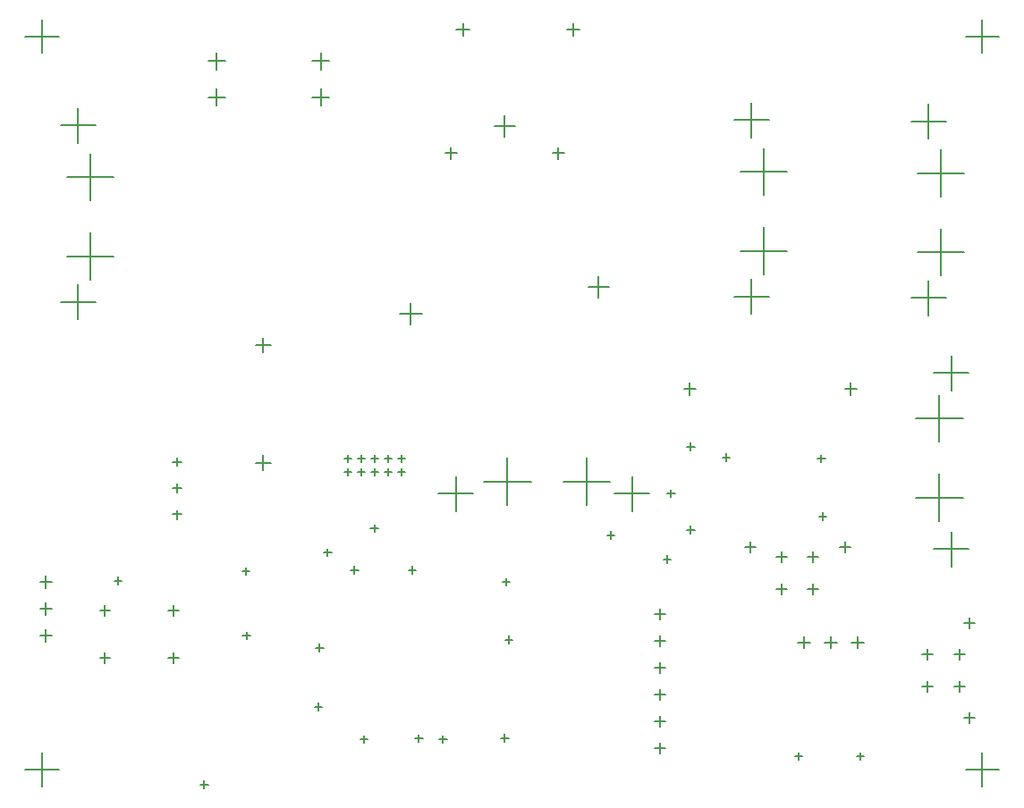
<source format=gbr>
%FSTAX23Y23*%
%MOIN*%
%SFA1B1*%

%IPPOS*%
%ADD78C,0.005000*%
%LNbatt_man_rev2_drillmap_1-1*%
%LPD*%
G54D78*
X03549Y00921D02*
X03589D01*
X03569Y00901D02*
Y00941D01*
X03431Y00921D02*
X03471D01*
X03451Y00901D02*
Y00941D01*
X03549Y01039D02*
X03589D01*
X03569Y01019D02*
Y01059D01*
X03431Y01039D02*
X03471D01*
X03451Y01019D02*
Y01059D01*
X03586Y00803D02*
X03626D01*
X03606Y00783D02*
Y00823D01*
X03586Y01157D02*
X03626D01*
X03606Y01137D02*
Y01177D01*
X02435Y0069D02*
X02475D01*
X02455Y0067D02*
Y0071D01*
X02435Y0079D02*
X02475D01*
X02455Y0077D02*
Y0081D01*
X02435Y0089D02*
X02475D01*
X02455Y0087D02*
Y0091D01*
X02435Y0099D02*
X02475D01*
X02455Y0097D02*
Y0101D01*
X02435Y0109D02*
X02475D01*
X02455Y0107D02*
Y0111D01*
X02435Y0119D02*
X02475D01*
X02455Y0117D02*
Y0121D01*
X03407Y01625D02*
X03583D01*
X03495Y01537D02*
Y01713D01*
X03407Y0192D02*
X03583D01*
X03495Y01832D02*
Y02008D01*
X03475Y01432D02*
X03605D01*
X0354Y01367D02*
Y01497D01*
X03475Y0209D02*
X03605D01*
X0354Y02025D02*
Y02155D01*
X01797Y01685D02*
X01973D01*
X01885Y01597D02*
Y01773D01*
X02092Y01685D02*
X02268D01*
X0218Y01597D02*
Y01773D01*
X01627Y0164D02*
X01757D01*
X01692Y01575D02*
Y01705D01*
X02285Y0164D02*
X02415D01*
X0235Y01575D02*
Y01705D01*
X03005Y01403D02*
X03045D01*
X03025Y01383D02*
Y01423D01*
X03005Y01285D02*
X03045D01*
X03025Y01265D02*
Y01305D01*
X02887Y01403D02*
X02927D01*
X02907Y01383D02*
Y01423D01*
X02887Y01285D02*
X02927D01*
X02907Y01265D02*
Y01305D01*
X03123Y0144D02*
X03163D01*
X03143Y0142D02*
Y0146D01*
X02769Y0144D02*
X02809D01*
X02789Y0142D02*
Y0146D01*
X02107Y0337D02*
X02155D01*
X02131Y03346D02*
Y03394D01*
X01695Y0337D02*
X01743D01*
X01719Y03346D02*
Y03394D01*
X00948Y02193D02*
X01002D01*
X00975Y02166D02*
Y0222D01*
X00948Y01755D02*
X01002D01*
X00975Y01728D02*
Y01782D01*
X00769Y03118D02*
X00832D01*
X008Y03087D02*
Y0315D01*
X01158Y03118D02*
X01221D01*
X0119Y03087D02*
Y0315D01*
X01158Y03252D02*
X01221D01*
X0119Y0322D02*
Y03283D01*
X00769Y03252D02*
X00832D01*
X008Y0322D02*
Y03283D01*
X00242Y0282D02*
X00418D01*
X0033Y02732D02*
Y02908D01*
X00242Y02525D02*
X00418D01*
X0033Y02437D02*
Y02613D01*
X0022Y03013D02*
X0035D01*
X00285Y02948D02*
Y03078D01*
X0022Y02355D02*
X0035D01*
X00285Y0229D02*
Y0242D01*
X03412Y02835D02*
X03588D01*
X035Y02747D02*
Y02923D01*
X03412Y0254D02*
X03588D01*
X035Y02452D02*
Y02628D01*
X0339Y03028D02*
X0352D01*
X03455Y02963D02*
Y03093D01*
X0339Y0237D02*
X0352D01*
X03455Y02305D02*
Y02435D01*
X02752Y0284D02*
X02928D01*
X0284Y02752D02*
Y02928D01*
X02752Y02545D02*
X02928D01*
X0284Y02457D02*
Y02633D01*
X0273Y03033D02*
X0286D01*
X02795Y02968D02*
Y03098D01*
X0273Y02375D02*
X0286D01*
X02795Y0231D02*
Y0244D01*
X01278Y0172D02*
X01303D01*
X0129Y01707D02*
Y01732D01*
X01327Y0172D02*
X01352D01*
X0134Y01707D02*
Y01732D01*
X01378Y0172D02*
X01403D01*
X0139Y01707D02*
Y01732D01*
X01428Y0172D02*
X01452D01*
X0144Y01707D02*
Y01732D01*
X01477Y0172D02*
X01503D01*
X0149Y01707D02*
Y01732D01*
X01278Y0177D02*
X01303D01*
X0129Y01758D02*
Y01783D01*
X01327Y0177D02*
X01352D01*
X0134Y01758D02*
Y01783D01*
X01378Y0177D02*
X01403D01*
X0139Y01758D02*
Y01783D01*
X01428Y0177D02*
X01452D01*
X0144Y01758D02*
Y01783D01*
X01477Y0177D02*
X01503D01*
X0149Y01758D02*
Y01783D01*
X00366Y01204D02*
X00405D01*
X00385Y01184D02*
Y01223D01*
X00621Y01204D02*
X0066D01*
X00641Y01184D02*
Y01223D01*
X00366Y01026D02*
X00405D01*
X00385Y01007D02*
Y01046D01*
X00621Y01026D02*
X0066D01*
X00641Y01007D02*
Y01046D01*
X00143Y0131D02*
X00187D01*
X00165Y01288D02*
Y01332D01*
X00143Y0121D02*
X00187D01*
X00165Y01188D02*
Y01232D01*
X00143Y0111D02*
X00187D01*
X00165Y01088D02*
Y01132D01*
X00637Y01758D02*
X0067D01*
X00654Y01742D02*
Y01775D01*
X00637Y0166D02*
X0067D01*
X00654Y01644D02*
Y01676D01*
X00637Y01562D02*
X0067D01*
X00654Y01545D02*
Y01578D01*
X00087Y03345D02*
X00213D01*
X0015Y03282D02*
Y03408D01*
X00087Y0061D02*
X00213D01*
X0015Y00547D02*
Y00673D01*
X03592Y03345D02*
X03718D01*
X03655Y03282D02*
Y03408D01*
X03592Y0061D02*
X03718D01*
X03655Y00547D02*
Y00673D01*
X02543Y0203D02*
X02587D01*
X02565Y02008D02*
Y02052D01*
X03143Y0203D02*
X03187D01*
X03165Y02008D02*
Y02052D01*
X02053Y0291D02*
X02096D01*
X02075Y02888D02*
Y02931D01*
X01653Y0291D02*
X01696D01*
X01675Y02888D02*
Y02931D01*
X01485Y0231D02*
X01566D01*
X01525Y0227D02*
Y02351D01*
X01836Y0301D02*
X01914D01*
X01875Y02971D02*
Y03049D01*
X02186Y0241D02*
X02264D01*
X02225Y02371D02*
Y02449D01*
X02968Y01085D02*
X03012D01*
X0299Y01063D02*
Y01107D01*
X03068Y01085D02*
X03112D01*
X0309Y01063D02*
Y01107D01*
X03168Y01085D02*
X03212D01*
X0319Y01063D02*
Y01107D01*
X00896Y0135D02*
X00924D01*
X0091Y01336D02*
Y01364D01*
X00898Y01111D02*
X00926D01*
X00912Y01097D02*
Y01125D01*
X00741Y00555D02*
X00769D01*
X00755Y00541D02*
Y00569D01*
X03186Y0066D02*
X03214D01*
X032Y00646D02*
Y00674D01*
X02956Y0066D02*
X02984D01*
X0297Y00646D02*
Y00674D01*
X01201Y0142D02*
X01229D01*
X01215Y01406D02*
Y01434D01*
X01166Y00845D02*
X01194D01*
X0118Y00831D02*
Y00859D01*
X01171Y01065D02*
X01199D01*
X01185Y01051D02*
Y01079D01*
X02256Y01485D02*
X02284D01*
X0227Y01471D02*
Y01499D01*
X01375Y0151D02*
X01403D01*
X01389Y01496D02*
Y01524D01*
X03041Y0177D02*
X03069D01*
X03055Y01756D02*
Y01784D01*
X00419Y01315D02*
X00447D01*
X00433Y01301D02*
Y01329D01*
X03046Y01555D02*
X03074D01*
X0306Y01541D02*
Y01569D01*
X01876Y01095D02*
X01904D01*
X0189Y01081D02*
Y01109D01*
X01866Y0131D02*
X01894D01*
X0188Y01296D02*
Y01324D01*
X01301Y01355D02*
X01329D01*
X01315Y01341D02*
Y01369D01*
X01516Y01355D02*
X01544D01*
X0153Y01341D02*
Y01369D01*
X01336Y00724D02*
X01364D01*
X0135Y0071D02*
Y00738D01*
X01541Y00727D02*
X01569D01*
X01555Y00713D02*
Y00741D01*
X01861Y00728D02*
X01889D01*
X01875Y00714D02*
Y00742D01*
X01631Y00724D02*
X01659D01*
X01645Y0071D02*
Y00738D01*
X02481Y0164D02*
X02509D01*
X02495Y01626D02*
Y01654D01*
X02466Y01395D02*
X02494D01*
X0248Y01381D02*
Y01409D01*
X02687Y01775D02*
X02715D01*
X02701Y01761D02*
Y01789D01*
X02554Y01505D02*
X02582D01*
X02568Y01491D02*
Y01519D01*
X02554Y01815D02*
X02582D01*
X02568Y01801D02*
Y01829D01*
M02*
</source>
